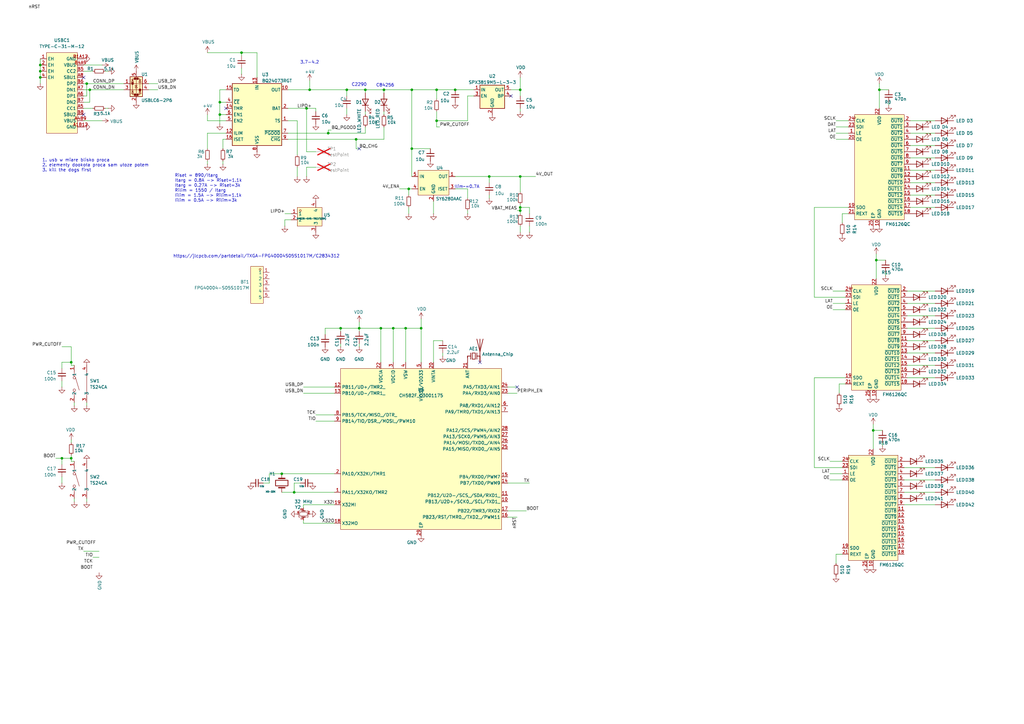
<source format=kicad_sch>
(kicad_sch (version 20250114) (generator "eeschema") (generator_version "9.0")
  (paper "A3")
  (text "C2290" (at 147.32 34.798 0) (effects (font (size 1.27 1.27))))
  (text "Ilim~=0.7A" (at 191.516 76.708 0) (effects (font (size 1.27 1.27))))
  (text "C84256" (at 157.988 35.052 0) (effects (font (size 1.27 1.27))))
  (text "3.7-4.2" (at 127 25.654 0) (effects (font (size 1.27 1.27))))
  (text "1. usb w miare blisko proca\n2. elementy dookoła proca sam ułoze potem\n3. kill the dogs first" (at 17.272 67.818 0) (effects (font (size 1.27 1.27)) (justify left)))
  (text "Riset = 890/Itarg\nItarg = 0.8A -> Riset=1.1k\nItarg = 0.27A -> Riset=3k\nRilim = 1550 / Itarg\nIilim = 1.5A -> Rilim=1.1k\nIilim = 0.5A -> Rilim=3k" (at 71.628 83.058 0) (effects (font (size 1.27 1.27)) (justify left bottom)))
  (text "https://jlcpcb.com/partdetail/TXGA-FPG40004S05S1017M/C2834312" (at 105.156 105.156 0) (effects (font (size 1.27 1.27))))
  (junction (at 179.07 49.53))
  (junction (at 146.05 57.15))
  (junction (at 167.64 77.47))
  (junction (at 172.72 134.62))
  (junction (at 99.06 21.59))
  (junction (at 29.21 148.59))
  (junction (at 147.32 134.62))
  (junction (at 358.14 176.53))
  (junction (at 35.56 34.29))
  (junction (at 179.07 36.83))
  (junction (at 16.51 29.21))
  (junction (at 134.62 54.61))
  (junction (at 29.21 187.96))
  (junction (at 16.51 31.75))
  (junction (at 16.51 26.67))
  (junction (at 213.36 85.09))
  (junction (at 213.36 72.39))
  (junction (at 166.37 134.62))
  (junction (at 142.24 36.83))
  (junction (at 213.36 86.36))
  (junction (at 25.4 187.96))
  (junction (at 127 36.83))
  (junction (at 90.17 46.99))
  (junction (at 149.86 36.83))
  (junction (at 200.66 72.39))
  (junction (at 125.73 44.45))
  (junction (at 139.7 134.62))
  (junction (at 115.57 194.31))
  (junction (at 90.17 41.91))
  (junction (at 168.91 36.83))
  (junction (at 360.68 36.83))
  (junction (at 157.48 36.83))
  (junction (at 156.21 134.62))
  (junction (at 213.36 36.83))
  (junction (at 161.29 134.62))
  (junction (at 359.41 106.68))
  (junction (at 36.83 36.83))
  (junction (at 186.69 36.83))
  (junction (at 120.65 201.93))
  (junction (at 168.91 60.96))
  (no_connect (at 196.85 148.59))
  (no_connect (at 147.32 60.96))
  (no_connect (at 34.29 31.75))
  (no_connect (at 34.29 46.99))
  (no_connect (at 92.71 44.45))
  (no_connect (at 209.55 39.37))
  (no_connect (at 212.09 158.75))
  (wire (pts (xy 370.84 201.93) (xy 383.54 201.93)))
  (wire (pts (xy 147.32 134.62) (xy 139.7 134.62)))
  (wire (pts (xy 161.29 134.62) (xy 156.21 134.62)))
  (wire (pts (xy 194.31 39.37) (xy 191.77 39.37)))
  (wire (pts (xy 191.77 86.36) (xy 191.77 87.63)))
  (wire (pts (xy 118.11 54.61) (xy 134.62 54.61)))
  (wire (pts (xy 179.07 45.72) (xy 179.07 49.53)))
  (wire (pts (xy 125.73 68.58) (xy 125.73 72.39)))
  (wire (pts (xy 92.71 57.15) (xy 91.44 57.15)))
  (wire (pts (xy 30.48 189.23) (xy 29.21 189.23)))
  (wire (pts (xy 179.07 49.53) (xy 191.77 49.53)))
  (wire (pts (xy 91.44 66.04) (xy 91.44 67.31)))
  (wire (pts (xy 186.69 36.83) (xy 194.31 36.83)))
  (wire (pts (xy 161.29 134.62) (xy 161.29 148.59)))
  (wire (pts (xy 135.89 53.34) (xy 134.62 53.34)))
  (wire (pts (xy 110.49 194.31) (xy 115.57 194.31)))
  (wire (pts (xy 64.77 36.83) (xy 60.96 36.83)))
  (wire (pts (xy 340.36 189.23) (xy 345.44 189.23)))
  (wire (pts (xy 344.17 157.48) (xy 344.17 161.29)))
  (wire (pts (xy 360.68 36.83) (xy 364.49 36.83)))
  (wire (pts (xy 99.06 21.59) (xy 105.41 21.59)))
  (wire (pts (xy 383.54 49.53) (xy 373.38 49.53)))
  (wire (pts (xy 383.54 69.85) (xy 373.38 69.85)))
  (wire (pts (xy 212.09 158.75) (xy 208.28 158.75)))
  (wire (pts (xy 180.34 52.07) (xy 179.07 52.07)))
  (wire (pts (xy 342.9 49.53) (xy 347.98 49.53)))
  (wire (pts (xy 213.36 85.09) (xy 213.36 86.36)))
  (wire (pts (xy 359.41 106.68) (xy 363.22 106.68)))
  (wire (pts (xy 127 36.83) (xy 142.24 36.83)))
  (wire (pts (xy 383.54 85.09) (xy 373.38 85.09)))
  (wire (pts (xy 217.17 87.63) (xy 217.17 85.09)))
  (wire (pts (xy 334.01 191.77) (xy 345.44 191.77)))
  (wire (pts (xy 133.35 134.62) (xy 139.7 134.62)))
  (wire (pts (xy 142.24 39.37) (xy 142.24 36.83)))
  (wire (pts (xy 157.48 36.83) (xy 157.48 38.1)))
  (wire (pts (xy 200.66 80.01) (xy 200.66 81.28)))
  (wire (pts (xy 334.01 154.94) (xy 334.01 191.77)))
  (wire (pts (xy 110.49 198.12) (xy 110.49 194.31)))
  (wire (pts (xy 118.11 57.15) (xy 146.05 57.15)))
  (wire (pts (xy 186.69 77.47) (xy 191.77 77.47)))
  (wire (pts (xy 166.37 134.62) (xy 161.29 134.62)))
  (wire (pts (xy 340.36 194.31) (xy 345.44 194.31)))
  (wire (pts (xy 213.36 86.36) (xy 213.36 87.63)))
  (wire (pts (xy 127 33.02) (xy 127 36.83)))
  (wire (pts (xy 383.54 64.77) (xy 373.38 64.77)))
  (wire (pts (xy 383.54 59.69) (xy 373.38 59.69)))
  (wire (pts (xy 105.41 21.59) (xy 105.41 31.75)))
  (wire (pts (xy 157.48 46.99) (xy 157.48 45.72)))
  (wire (pts (xy 213.36 36.83) (xy 213.36 31.75)))
  (wire (pts (xy 147.32 134.62) (xy 147.32 135.89)))
  (wire (pts (xy 346.71 157.48) (xy 344.17 157.48)))
  (wire (pts (xy 200.66 72.39) (xy 213.36 72.39)))
  (wire (pts (xy 217.17 198.12) (xy 208.28 198.12)))
  (wire (pts (xy 383.54 119.38) (xy 372.11 119.38)))
  (wire (pts (xy 147.32 132.08) (xy 147.32 134.62)))
  (wire (pts (xy 342.9 57.15) (xy 347.98 57.15)))
  (wire (pts (xy 213.36 92.71) (xy 213.36 95.25)))
  (wire (pts (xy 166.37 134.62) (xy 166.37 148.59)))
  (wire (pts (xy 34.29 226.06) (xy 40.64 226.06)))
  (wire (pts (xy 134.62 54.61) (xy 149.86 54.61)))
  (wire (pts (xy 372.11 134.62) (xy 383.54 134.62)))
  (wire (pts (xy 213.36 83.82) (xy 213.36 85.09)))
  (wire (pts (xy 364.49 41.91) (xy 364.49 43.18)))
  (wire (pts (xy 29.21 186.69) (xy 29.21 187.96)))
  (wire (pts (xy 99.06 21.59) (xy 85.09 21.59)))
  (wire (pts (xy 334.01 121.92) (xy 346.71 121.92)))
  (wire (pts (xy 346.71 154.94) (xy 334.01 154.94)))
  (wire (pts (xy 30.48 165.1) (xy 30.48 166.37)))
  (wire (pts (xy 121.92 49.53) (xy 121.92 63.5)))
  (wire (pts (xy 44.45 29.21) (xy 43.18 29.21)))
  (wire (pts (xy 30.48 204.47) (xy 30.48 205.74)))
  (wire (pts (xy 35.56 165.1) (xy 35.56 166.37)))
  (wire (pts (xy 29.21 142.24) (xy 29.21 148.59)))
  (wire (pts (xy 149.86 52.07) (xy 149.86 54.61)))
  (wire (pts (xy 340.36 196.85) (xy 345.44 196.85)))
  (wire (pts (xy 383.54 54.61) (xy 373.38 54.61)))
  (wire (pts (xy 92.71 41.91) (xy 90.17 41.91)))
  (wire (pts (xy 44.45 44.45) (xy 43.18 44.45)))
  (wire (pts (xy 129.54 62.23) (xy 125.73 62.23)))
  (wire (pts (xy 177.8 139.7) (xy 177.8 148.59)))
  (wire (pts (xy 29.21 180.34) (xy 29.21 181.61)))
  (wire (pts (xy 341.63 124.46) (xy 346.71 124.46)))
  (wire (pts (xy 124.46 158.75) (xy 137.16 158.75)))
  (wire (pts (xy 341.63 119.38) (xy 346.71 119.38)))
  (wire (pts (xy 342.9 227.33) (xy 342.9 231.14)))
  (wire (pts (xy 147.32 60.96) (xy 146.05 60.96)))
  (wire (pts (xy 85.09 54.61) (xy 85.09 60.96)))
  (wire (pts (xy 92.71 36.83) (xy 90.17 36.83)))
  (wire (pts (xy 149.86 46.99) (xy 149.86 45.72)))
  (wire (pts (xy 157.48 36.83) (xy 168.91 36.83)))
  (wire (pts (xy 137.16 170.18) (xy 129.54 170.18)))
  (wire (pts (xy 64.77 34.29) (xy 60.96 34.29)))
  (wire (pts (xy 120.65 201.93) (xy 137.16 201.93)))
  (wire (pts (xy 90.17 36.83) (xy 90.17 41.91)))
  (wire (pts (xy 191.77 77.47) (xy 191.77 81.28)))
  (wire (pts (xy 116.84 90.17) (xy 119.38 90.17)))
  (wire (pts (xy 115.57 194.31) (xy 137.16 194.31)))
  (wire (pts (xy 134.62 53.34) (xy 134.62 54.61)))
  (wire (pts (xy 16.51 29.21) (xy 16.51 31.75)))
  (wire (pts (xy 360.68 36.83) (xy 360.68 44.45)))
  (wire (pts (xy 36.83 36.83) (xy 50.8 36.83)))
  (wire (pts (xy 34.29 36.83) (xy 36.83 36.83)))
  (wire (pts (xy 34.29 49.53) (xy 41.91 49.53)))
  (wire (pts (xy 177.8 82.55) (xy 177.8 87.63)))
  (wire (pts (xy 179.07 36.83) (xy 179.07 40.64)))
  (wire (pts (xy 91.44 57.15) (xy 91.44 60.96)))
  (wire (pts (xy 168.91 36.83) (xy 179.07 36.83)))
  (wire (pts (xy 157.48 52.07) (xy 157.48 57.15)))
  (wire (pts (xy 147.32 140.97) (xy 147.32 142.24)))
  (wire (pts (xy 124.46 207.01) (xy 137.16 207.01)))
  (wire (pts (xy 342.9 54.61) (xy 347.98 54.61)))
  (wire (pts (xy 99.06 30.48) (xy 99.06 27.94)))
  (wire (pts (xy 25.4 187.96) (xy 25.4 190.5)))
  (wire (pts (xy 172.72 130.81) (xy 172.72 134.62)))
  (wire (pts (xy 29.21 189.23) (xy 29.21 187.96)))
  (wire (pts (xy 25.4 195.58) (xy 25.4 198.12)))
  (wire (pts (xy 172.72 134.62) (xy 172.72 148.59)))
  (wire (pts (xy 120.65 198.12) (xy 120.65 201.93)))
  (wire (pts (xy 370.84 191.77) (xy 383.54 191.77)))
  (wire (pts (xy 110.49 198.12) (xy 107.95 198.12)))
  (wire (pts (xy 16.51 26.67) (xy 16.51 29.21)))
  (wire (pts (xy 360.68 34.29) (xy 360.68 36.83)))
  (wire (pts (xy 213.36 72.39) (xy 213.36 78.74)))
  (wire (pts (xy 99.06 22.86) (xy 99.06 21.59)))
  (wire (pts (xy 372.11 139.7) (xy 383.54 139.7)))
  (wire (pts (xy 137.16 172.72) (xy 129.54 172.72)))
  (wire (pts (xy 370.84 207.01) (xy 383.54 207.01)))
  (wire (pts (xy 359.41 106.68) (xy 359.41 114.3)))
  (wire (pts (xy 29.21 149.86) (xy 29.21 148.59)))
  (wire (pts (xy 217.17 92.71) (xy 217.17 95.25)))
  (wire (pts (xy 118.11 49.53) (xy 121.92 49.53)))
  (wire (pts (xy 36.83 41.91) (xy 34.29 41.91)))
  (wire (pts (xy 157.48 36.83) (xy 149.86 36.83)))
  (wire (pts (xy 163.83 77.47) (xy 167.64 77.47)))
  (wire (pts (xy 179.07 52.07) (xy 179.07 49.53)))
  (wire (pts (xy 212.09 212.09) (xy 208.28 212.09)))
  (wire (pts (xy 383.54 80.01) (xy 373.38 80.01)))
  (wire (pts (xy 147.32 134.62) (xy 156.21 134.62)))
  (wire (pts (xy 36.83 36.83) (xy 36.83 41.91)))
  (wire (pts (xy 120.65 198.12) (xy 123.19 198.12)))
  (wire (pts (xy 115.57 201.93) (xy 120.65 201.93)))
  (wire (pts (xy 34.29 29.21) (xy 38.1 29.21)))
  (wire (pts (xy 142.24 46.99) (xy 142.24 44.45)))
  (wire (pts (xy 92.71 49.53) (xy 85.09 49.53)))
  (wire (pts (xy 121.92 68.58) (xy 121.92 72.39)))
  (wire (pts (xy 191.77 49.53) (xy 191.77 39.37)))
  (wire (pts (xy 215.9 209.55) (xy 208.28 209.55)))
  (wire (pts (xy 35.56 34.29) (xy 35.56 39.37)))
  (wire (pts (xy 35.56 204.47) (xy 35.56 205.74)))
  (wire (pts (xy 219.71 72.39) (xy 213.36 72.39)))
  (wire (pts (xy 129.54 68.58) (xy 125.73 68.58)))
  (wire (pts (xy 92.71 54.61) (xy 85.09 54.61)))
  (wire (pts (xy 149.86 36.83) (xy 149.86 38.1)))
  (wire (pts (xy 167.64 85.09) (xy 167.64 87.63)))
  (wire (pts (xy 38.1 228.6) (xy 40.64 228.6)))
  (wire (pts (xy 118.11 44.45) (xy 125.73 44.45)))
  (wire (pts (xy 34.29 39.37) (xy 35.56 39.37)))
  (wire (pts (xy 213.36 36.83) (xy 213.36 39.37)))
  (wire (pts (xy 25.4 148.59) (xy 25.4 151.13)))
  (wire (pts (xy 34.29 26.67) (xy 41.91 26.67)))
  (wire (pts (xy 167.64 77.47) (xy 168.91 77.47)))
  (wire (pts (xy 118.11 36.83) (xy 127 36.83)))
  (wire (pts (xy 347.98 85.09) (xy 334.01 85.09)))
  (wire (pts (xy 372.11 154.94) (xy 383.54 154.94)))
  (wire (pts (xy 116.84 92.71) (xy 116.84 90.17)))
  (wire (pts (xy 133.35 137.16) (xy 133.35 134.62)))
  (wire (pts (xy 142.24 36.83) (xy 149.86 36.83)))
  (wire (pts (xy 217.17 85.09) (xy 213.36 85.09)))
  (wire (pts (xy 166.37 134.62) (xy 172.72 134.62)))
  (wire (pts (xy 16.51 24.13) (xy 16.51 26.67)))
  (wire (pts (xy 146.05 57.15) (xy 157.48 57.15)))
  (wire (pts (xy 30.48 149.86) (xy 29.21 149.86)))
  (wire (pts (xy 213.36 44.45) (xy 213.36 45.72)))
  (wire (pts (xy 116.84 87.63) (xy 119.38 87.63)))
  (wire (pts (xy 34.29 44.45) (xy 38.1 44.45)))
  (wire (pts (xy 124.46 208.28) (xy 124.46 207.01)))
  (wire (pts (xy 139.7 134.62) (xy 139.7 135.89)))
  (wire (pts (xy 212.09 161.29) (xy 208.28 161.29)))
  (wire (pts (xy 25.4 156.21) (xy 25.4 158.75)))
  (wire (pts (xy 90.17 46.99) (xy 90.17 50.8)))
  (wire (pts (xy 92.71 46.99) (xy 90.17 46.99)))
  (wire (pts (xy 181.61 146.05) (xy 181.61 144.78)))
  (wire (pts (xy 124.46 161.29) (xy 137.16 161.29)))
  (wire (pts (xy 358.14 176.53) (xy 361.95 176.53)))
  (wire (pts (xy 358.14 173.99) (xy 358.14 176.53)))
  (wire (pts (xy 34.29 34.29) (xy 35.56 34.29)))
  (wire (pts (xy 383.54 74.93) (xy 373.38 74.93)))
  (wire (pts (xy 370.84 196.85) (xy 383.54 196.85)))
  (wire (pts (xy 168.91 36.83) (xy 168.91 60.96)))
  (wire (pts (xy 167.64 77.47) (xy 167.64 80.01)))
  (wire (pts (xy 125.73 44.45) (xy 125.73 62.23)))
  (wire (pts (xy 179.07 36.83) (xy 186.69 36.83)))
  (wire (pts (xy 181.61 139.7) (xy 177.8 139.7)))
  (wire (pts (xy 334.01 85.09) (xy 334.01 121.92)))
  (wire (pts (xy 25.4 142.24) (xy 29.21 142.24)))
  (wire (pts (xy 209.55 36.83) (xy 213.36 36.83)))
  (wire (pts (xy 200.66 72.39) (xy 200.66 74.93)))
  (wire (pts (xy 345.44 87.63) (xy 345.44 91.44)))
  (wire (pts (xy 168.91 72.39) (xy 168.91 60.96)))
  (wire (pts (xy 90.17 41.91) (xy 90.17 46.99)))
  (wire (pts (xy 345.44 227.33) (xy 342.9 227.33)))
  (wire (pts (xy 129.54 45.72) (xy 129.54 44.45)))
  (wire (pts (xy 137.16 214.63) (xy 124.46 214.63)))
  (wire (pts (xy 25.4 187.96) (xy 22.86 187.96)))
  (wire (pts (xy 29.21 148.59) (xy 25.4 148.59)))
  (wire (pts (xy 212.09 86.36) (xy 213.36 86.36)))
  (wire (pts (xy 156.21 134.62) (xy 156.21 148.59)))
  (wire (pts (xy 342.9 52.07) (xy 347.98 52.07)))
  (wire (pts (xy 146.05 57.15) (xy 146.05 60.96)))
  (wire (pts (xy 124.46 214.63) (xy 124.46 213.36)))
  (wire (pts (xy 139.7 140.97) (xy 139.7 142.24)))
  (wire (pts (xy 16.51 31.75) (xy 16.51 34.29)))
  (wire (pts (xy 359.41 104.14) (xy 359.41 106.68)))
  (wire (pts (xy 372.11 149.86) (xy 383.54 149.86)))
  (wire (pts (xy 372.11 144.78) (xy 383.54 144.78)))
  (wire (pts (xy 186.69 72.39) (xy 200.66 72.39)))
  (wire (pts (xy 347.98 87.63) (xy 345.44 87.63)))
  (wire (pts (xy 363.22 111.76) (xy 363.22 113.03)))
  (wire (pts (xy 358.14 176.53) (xy 358.14 184.15)))
  (wire (pts (xy 372.11 129.54) (xy 383.54 129.54)))
  (wire (pts (xy 85.09 49.53) (xy 85.09 46.99)))
  (wire (pts (xy 361.95 181.61) (xy 361.95 182.88)))
  (wire (pts (xy 35.56 34.29) (xy 50.8 34.29)))
  (wire (pts (xy 85.09 66.04) (xy 85.09 67.31)))
  (wire (pts (xy 129.54 44.45) (xy 125.73 44.45)))
  (wire (pts (xy 341.63 127) (xy 346.71 127)))
  (wire (pts (xy 29.21 187.96) (xy 25.4 187.96)))
  (wire (pts (xy 383.54 124.46) (xy 372.11 124.46)))
  (wire (pts (xy 168.91 60.96) (xy 176.53 60.96)))
  (label "BQ_CHG" (at 147.32 60.96 0))
  (label "VBAT_MEAS" (at 212.09 86.36 180))
  (label "LAT" (at 342.9 54.61 180))
  (label "X32O" (at 137.16 214.63 180))
  (label "SCLK" (at 340.36 189.23 180))
  (label "USB_DN" (at 124.46 161.29 180))
  (label "4V_ENA" (at 163.83 77.47 180))
  (label "BOOT" (at 215.9 209.55 0))
  (label "CONN_DN" (at 38.1 36.83 0))
  (label "PWR_CUTOFF" (at 39.37 223.52 180))
  (label "OE" (at 340.36 196.85 180))
  (label "nRST" (at 212.09 212.09 270))
  (label "BQ_PGOOD" (at 135.89 53.34 0))
  (label "PWR_CUTOFF" (at 25.4 142.24 180))
  (label "X32I" (at 137.16 207.01 180))
  (label "SCLK" (at 341.63 119.38 180))
  (label "TCK" (at 38.1 231.14 180))
  (label "PERIPH_EN" (at 212.09 161.29 0))
  (label "TX" (at 217.17 198.12 180))
  (label "LAT" (at 340.36 194.31 180))
  (label "CONN_DP" (at 38.1 34.29 0))
  (label "4V_OUT" (at 219.71 72.39 0))
  (label "USB_DP" (at 64.77 34.29 0))
  (label "OE" (at 342.9 57.15 180))
  (label "USB_DN" (at 64.77 36.83 0))
  (label "LIPO+" (at 121.8655 44.45 0))
  (label "BOOT" (at 38.1 233.68 180))
  (label "LIPO+" (at 116.84 87.63 180))
  (label "DAT" (at 342.9 52.07 180))
  (label "PWR_CUTOFF" (at 180.34 52.07 0))
  (label "TCK" (at 129.54 170.18 180))
  (label "OE" (at 341.63 127 180))
  (label "TIO" (at 38.1 228.6 180))
  (label "LAT" (at 341.63 124.46 180))
  (label "TIO" (at 129.54 172.72 180))
  (label "nRST" (at 16.51 3.81 180))
  (label "USB_DP" (at 124.46 158.75 180))
  (label "TX" (at 34.29 226.06 180))
  (label "SCLK" (at 342.9 49.53 180))
  (label "BOOT" (at 22.86 187.96 180))
  (symbol (lib_name "LED_1") (lib_id "Device:LED") (at 374.65 189.23 180) (unit 1)
    (property "Reference" "D35" (at 385.064 189.23 0))
    (property "Value" "LED" (at 381.254 189.23 0))
    (property "Footprint" "LED_SMD:LED_0402_1005Metric" (effects (hide yes)))
    (property "Description" "Light emitting diode" (effects (hide yes)))
    (property "Sim.Pins" "1=K 2=A" (effects (hide yes)))
  )
  (symbol (lib_id "power:GND") (at 34.29 24.13 90) (unit 1)
    (property "Reference" "#PWR02" (effects (hide yes)))
    (property "Value" "GND" (effects (hide yes)))
  )
  (symbol (lib_id "easyeda2kicad:FPG40004-S05S1017M") (at 105.41 116.84 0) (mirror y) (unit 1)
    (property "Reference" "BT1" (at 102.235 115.6278 0) (effects (justify left)))
    (property "Value" "FPG40004-S05S1017M" (at 102.235 118.0521 0) (effects (justify left)))
    (property "Footprint" "easyeda2kicad:CONN-TH_FPG40004-S05S1017M" (effects (hide yes)))
    (property "LCSC Part" "C2834312" (effects (hide yes)))
  )
  (symbol (lib_name "LED_1") (lib_id "Device:LED") (at 387.35 64.77 180) (unit 1)
    (property "Reference" "D9" (at 397.764 64.77 0))
    (property "Value" "LED" (at 393.954 64.77 0))
    (property "Footprint" "LED_SMD:LED_0201_0603Metric" (effects (hide yes)))
    (property "Description" "Light emitting diode" (effects (hide yes)))
    (property "Sim.Pins" "1=K 2=A" (effects (hide yes)))
  )
  (symbol (lib_id "Power_Protection:USBLC6-2P6") (at 55.88 34.29 0) (unit 1)
    (property "Reference" "U1" (at 57.912 30.48 0) (effects (justify left)))
    (property "Value" "USBLC6-2P6" (at 57.912 41.148 0) (effects (justify left)))
    (property "Footprint" "Package_TO_SOT_SMD:SOT-666" (effects (hide yes)))
    (property "Datasheet" "https://www.st.com/resource/en/datasheet/usblc6-2.pdf" (effects (hide yes)))
    (property "Description" "Very low capacitance ESD protection diode, 2 data-line, SOT-666" (effects (hide yes)))
    (property "LCSC" "C2827693" (effects (hide yes)))
  )
  (symbol (lib_name "LED_1") (lib_id "Device:LED") (at 387.35 80.01 180) (unit 1)
    (property "Reference" "D15" (at 397.764 80.01 0))
    (property "Value" "LED" (at 393.954 80.01 0))
    (property "Footprint" "LED_SMD:LED_0402_1005Metric" (effects (hide yes)))
    (property "Description" "Light emitting diode" (effects (hide yes)))
    (property "Sim.Pins" "1=K 2=A" (effects (hide yes)))
  )
  (symbol (lib_name "LED_1") (lib_id "Device:LED") (at 387.35 129.54 180) (unit 1)
    (property "Reference" "D23" (at 397.764 129.54 0))
    (property "Value" "LED" (at 393.954 129.54 0))
    (property "Footprint" "LED_SMD:LED_0603_1608Metric" (effects (hide yes)))
    (property "Description" "Light emitting diode" (effects (hide yes)))
    (property "Sim.Pins" "1=K 2=A" (effects (hide yes)))
  )
  (symbol (lib_name "LED_1") (lib_id "Device:LED") (at 375.92 157.48 180) (unit 1)
    (property "Reference" "D34" (at 386.334 157.48 0))
    (property "Value" "LED" (at 382.524 157.48 0))
    (property "Footprint" "LED_SMD:LED_0402_1005Metric" (effects (hide yes)))
    (property "Description" "Light emitting diode" (effects (hide yes)))
    (property "Sim.Pins" "1=K 2=A" (effects (hide yes)))
  )
  (symbol (lib_name "LED_1") (lib_id "Device:LED") (at 375.92 152.4 180) (unit 1)
    (property "Reference" "D32" (at 386.334 152.4 0))
    (property "Value" "LED" (at 382.524 152.4 0))
    (property "Footprint" "LED_SMD:LED_0402_1005Metric" (effects (hide yes)))
    (property "Description" "Light emitting diode" (effects (hide yes)))
    (property "Sim.Pins" "1=K 2=A" (effects (hide yes)))
  )
  (symbol (lib_id "Device:C_Small") (at 99.06 25.4 0) (mirror y) (unit 1)
    (property "Reference" "C1" (at 96.7359 24.5716 0) (effects (justify left)))
    (property "Value" "10u" (at 96.7359 27.1085 0) (effects (justify left)))
    (property "Footprint" "Capacitor_SMD:C_0603_1608Metric" (effects (hide yes)))
    (property "LCSC" "C96446" (effects (hide yes)))
  )
  (symbol (lib_id "power:GND") (at 358.14 232.41 0) (unit 1)
    (property "Reference" "#PWR070" (effects (hide yes)))
    (property "Value" "GND" (effects (hide yes)))
  )
  (symbol (lib_id "Project_Symbols:FM6126QC") (at 359.41 133.35 0) (unit 1)
    (property "Reference" "R15" (at 361.5533 111.76 0) (effects (justify left)))
    (property "Value" "FM6126QC" (at 361.95 161.798 0) (effects (justify left)))
    (property "Footprint" "easyeda2kicad:TQFN-24_L4.0-W4.0-P0.50-BL-EP2.6" (effects (hide yes)))
    (property "LCSC Part" "C2844290" (effects (hide yes)))
  )
  (symbol (lib_name "LED_1") (lib_id "Device:LED") (at 377.19 87.63 180) (unit 1)
    (property "Reference" "D18" (at 387.604 87.63 0))
    (property "Value" "LED" (at 383.794 87.63 0))
    (property "Footprint" "LED_SMD:LED_0603_1608Metric" (effects (hide yes)))
    (property "Description" "Light emitting diode" (effects (hide yes)))
    (property "Sim.Pins" "1=K 2=A" (effects (hide yes)))
  )
  (symbol (lib_id "power:GND") (at 133.35 142.24 0) (mirror y) (unit 1)
    (property "Reference" "#PWR045" (effects (hide yes)))
    (property "Value" "GND" (at 133.35 147.32 0))
    (property "Description" "Power symbol creates a global label with name \"GND\" , ground" (effects (hide yes)))
  )
  (symbol (lib_id "power:VBUS") (at 41.91 49.53 270) (unit 1)
    (property "Reference" "#PWR019" (effects (hide yes)))
    (property "Value" "VBUS" (at 47.752 49.784 90))
  )
  (symbol (lib_id "power:GND") (at 35.56 205.74 0) (mirror y) (unit 1)
    (property "Reference" "#PWR064" (effects (hide yes)))
    (property "Value" "GND" (effects (hide yes)))
  )
  (symbol (lib_name "LED_1") (lib_id "Device:LED") (at 387.35 54.61 180) (unit 1)
    (property "Reference" "D5" (at 397.764 54.61 0))
    (property "Value" "LED" (at 393.954 54.61 0))
    (property "Footprint" "LED_SMD:LED_0402_1005Metric" (effects (hide yes)))
    (property "Description" "Light emitting diode" (effects (hide yes)))
    (property "Sim.Pins" "1=K 2=A" (effects (hide yes)))
  )
  (symbol (lib_id "power:GND") (at 25.4 198.12 0) (mirror y) (unit 1)
    (property "Reference" "#PWR060" (effects (hide yes)))
    (property "Value" "GND" (effects (hide yes)))
  )
  (symbol (lib_name "LED_1") (lib_id "Device:LED") (at 387.35 124.46 180) (unit 1)
    (property "Reference" "D21" (at 397.764 124.46 0))
    (property "Value" "LED" (at 393.954 124.46 0))
    (property "Footprint" "LED_SMD:LED_0603_1608Metric" (effects (hide yes)))
    (property "Description" "Light emitting diode" (effects (hide yes)))
    (property "Sim.Pins" "1=K 2=A" (effects (hide yes)))
  )
  (symbol (lib_id "power:GND") (at 121.92 210.82 270) (unit 1)
    (property "Reference" "#PWR065" (effects (hide yes)))
    (property "Value" "GND" (at 116.84 210.82 0))
    (property "Description" "Power symbol creates a global label with name \"GND\" , ground" (effects (hide yes)))
  )
  (symbol (lib_id "Device:C_Small") (at 363.22 109.22 0) (unit 1)
    (property "Reference" "C10" (at 365.5441 108.5826 0) (effects (justify left)))
    (property "Value" "470n" (at 365.5441 110.5036 0) (effects (justify left)))
    (property "Footprint" "Capacitor_SMD:C_1206_3216Metric" (effects (hide yes)))
    (property "LCSC" "C52923" (effects (hide yes)))
  )
  (symbol (lib_id "power:GND") (at 25.4 158.75 0) (mirror y) (unit 1)
    (property "Reference" "#PWR050" (effects (hide yes)))
    (property "Value" "GND" (effects (hide yes)))
  )
  (symbol (lib_name "LED_1") (lib_id "Device:LED") (at 375.92 132.08 180) (unit 1)
    (property "Reference" "D24" (at 386.334 132.08 0))
    (property "Value" "LED" (at 382.524 132.08 0))
    (property "Footprint" "LED_SMD:LED_0603_1608Metric" (effects (hide yes)))
    (property "Description" "Light emitting diode" (effects (hide yes)))
    (property "Sim.Pins" "1=K 2=A" (effects (hide yes)))
  )
  (symbol (lib_id "Device:R_Small") (at 40.64 44.45 90) (unit 1)
    (property "Reference" "R3" (at 39.624 46.736 90))
    (property "Value" "5.1k" (at 43.18 46.482 90))
    (property "Footprint" "Resistor_SMD:R_0402_1005Metric" (effects (hide yes)))
    (property "LCSC" "C25905" (effects (hide yes)))
  )
  (symbol (lib_id "Device:Crystal") (at 115.57 198.12 270) (unit 1)
    (property "Reference" "Y1" (at 111.76 194.31 90))
    (property "Value" "XO-32K" (at 110.998 201.676 90) (effects (font (size 0.65 0.65))))
    (property "Footprint" "Crystal:Crystal_SMD_2012-2Pin_2.0x1.2mm" (effects (hide yes)))
    (property "Description" "Two pin crystal" (effects (hide yes)))
    (property "LCSC" "C7500573" (effects (hide yes)))
  )
  (symbol (lib_id "Device:R_Small") (at 213.36 81.28 180) (unit 1)
    (property "Reference" "R10" (at 210.82 80.01 0))
    (property "Value" "100k" (at 210.185 81.915 0))
    (property "Footprint" "Resistor_SMD:R_0402_1005Metric" (effects (hide yes)))
    (property "LCSC" "C25741" (effects (hide yes)))
  )
  (symbol (lib_id "power:GND") (at 191.77 87.63 0) (mirror y) (unit 1)
    (property "Reference" "#PWR033" (effects (hide yes)))
    (property "Value" "GND" (effects (hide yes)))
  )
  (symbol (lib_id "easyeda2kicad:CH582F_C3001175") (at 172.72 184.15 0) (unit 1)
    (property "Reference" "U6" (at 172.72 159.8125 0))
    (property "Value" "CH582F_C3001175" (at 172.72 162.2368 0))
    (property "Footprint" "easyeda2kicad:QFN-28_L4.0-W4.0-P0.40-BL-EP2.8" (effects (hide yes)))
    (property "LCSC" "C3001175" (effects (hide yes)))
  )
  (symbol (lib_id "easyeda2kicad:SM02B-GHS-TB(LF)(SN)") (at 124.46 90.17 0) (unit 1)
    (property "Reference" "U5" (at 132.715 88.1865 0) (effects (justify left)))
    (property "Value" "SM02B-GHS-TB(LF)(SN)" (at 121.666 89.662 0) (effects (font (size 0.65 0.65)) (justify left)))
    (property "Footprint" "easyeda2kicad:CONN-SMD_SM02B-GHS-TB-LF-SN" (effects (hide yes)))
    (property "Datasheet" "https://lcsc.com/product-detail/Connectors_JST-Sales-America_SM02B-GHS-TB-LF-SN_JST-Sales-America-SM02B-GHS-TB-LF-SN_C189893.html" (effects (hide yes)))
    (property "LCSC" "C189893" (effects (hide yes)))
  )
  (symbol (lib_id "Device:R_Small") (at 85.09 63.5 180) (unit 1)
    (property "Reference" "R6" (at 82.55 62.23 0))
    (property "Value" "3k" (at 81.915 64.135 0))
    (property "Footprint" "Resistor_SMD:R_0402_1005Metric" (effects (hide yes)))
    (property "LCSC" "C25890" (effects (hide yes)))
  )
  (symbol (lib_id "Device:R_Small") (at 345.44 93.98 0) (unit 1)
    (property "Reference" "R14" (at 350.52 93.98 90))
    (property "Value" "510" (at 347.98 93.98 90))
    (property "Footprint" "Resistor_SMD:R_1206_3216Metric" (effects (hide yes)))
    (property "LCSC" "C25123" (effects (hide yes)))
  )
  (symbol (lib_id "power:GND") (at 167.64 87.63 0) (mirror y) (unit 1)
    (property "Reference" "#PWR031" (effects (hide yes)))
    (property "Value" "GND" (effects (hide yes)))
  )
  (symbol (lib_id "Device:C_Small") (at 25.4 153.67 0) (mirror y) (unit 1)
    (property "Reference" "C15" (at 23.0759 152.8416 0) (effects (justify left)))
    (property "Value" "100n" (at 23.0759 155.3785 0) (effects (justify left)))
    (property "Footprint" "Capacitor_SMD:C_0402_1005Metric" (effects (hide yes)))
  )
  (symbol (lib_id "Device:C_Small") (at 147.32 138.43 0) (mirror y) (unit 1)
    (property "Reference" "C12" (at 145.796 142.24 90) (effects (justify left)))
    (property "Value" "2.2uF" (at 150.368 141.986 90) (effects (justify left)))
    (property "Footprint" "Capacitor_SMD:C_0402_1005Metric" (effects (hide yes)))
    (property "Description" "10v 2.2uF" (effects (hide yes)))
  )
  (symbol (lib_id "power:GND") (at 16.51 34.29 0) (unit 1)
    (property "Reference" "#PWR09" (effects (hide yes)))
    (property "Value" "GND" (effects (hide yes)))
  )
  (symbol (lib_id "Device:R_Small") (at 40.64 29.21 90) (mirror x) (unit 1)
    (property "Reference" "R1" (at 37.084 28.194 90))
    (property "Value" "5.1k" (at 44.704 28.194 90))
    (property "Footprint" "Resistor_SMD:R_0402_1005Metric" (effects (hide yes)))
    (property "LCSC" "C25905" (effects (hide yes)))
  )
  (symbol (lib_id "Device:Antenna_Chip") (at 194.31 146.05 0) (unit 1)
    (property "Reference" "AE1" (at 196.088 143.002 0) (effects (justify right)))
    (property "Value" "Antenna_Chip" (at 210.566 145.288 0) (effects (justify right)))
    (property "Footprint" "RF_Antenna:Johanson_2450AT18x100" (effects (hide yes)))
    (property "Description" "Ceramic chip antenna with pin for PCB trace" (effects (hide yes)))
    (property "LCSC" "C127629" (effects (hide yes)))
  )
  (symbol (lib_id "power:GND") (at 44.45 44.45 90) (mirror x) (unit 1)
    (property "Reference" "#PWR014" (effects (hide yes)))
    (property "Value" "GND" (effects (hide yes)))
  )
  (symbol (lib_id "Device:C_Small") (at 139.7 138.43 0) (mirror y) (unit 1)
    (property "Reference" "C11" (at 138.176 142.24 90) (effects (justify left)))
    (property "Value" "2.2uF" (at 142.494 141.986 90) (effects (justify left)))
    (property "Footprint" "Capacitor_SMD:C_0402_1005Metric" (effects (hide yes)))
    (property "Description" "10v 2.2uF" (effects (hide yes)))
  )
  (symbol (lib_id "power:GND") (at 359.41 162.56 0) (unit 1)
    (property "Reference" "#PWR052" (effects (hide yes)))
    (property "Value" "GND" (effects (hide yes)))
  )
  (symbol (lib_name "LED_1") (lib_id "Device:LED") (at 387.35 196.85 180) (unit 1)
    (property "Reference" "D38" (at 397.764 196.85 0))
    (property "Value" "LED" (at 393.954 196.85 0))
    (property "Footprint" "LED_SMD:LED_0603_1608Metric" (effects (hide yes)))
    (property "Description" "Light emitting diode" (effects (hide yes)))
    (property "Sim.Pins" "1=K 2=A" (effects (hide yes)))
  )
  (symbol (lib_id "Device:R_Small") (at 167.64 82.55 180) (unit 1)
    (property "Reference" "R11" (at 163.83 81.28 0))
    (property "Value" "100k" (at 163.83 83.566 0))
    (property "Footprint" "Resistor_SMD:R_0402_1005Metric" (effects (hide yes)))
    (property "LCSC" "C25741" (effects (hide yes)))
  )
  (symbol (lib_id "power:VDD") (at 359.41 104.14 0) (unit 1)
    (property "Reference" "#PWR041" (effects (hide yes)))
    (property "Value" "VDD" (at 359.41 100.33 0))
  )
  (symbol (lib_id "power:GND") (at 35.56 166.37 0) (mirror y) (unit 1)
    (property "Reference" "#PWR054" (effects (hide yes)))
    (property "Value" "GND" (effects (hide yes)))
  )
  (symbol (lib_id "power:GND") (at 213.36 45.72 0) (unit 1)
    (property "Reference" "#PWR015" (effects (hide yes)))
    (property "Value" "GND" (effects (hide yes)))
  )
  (symbol (lib_name "LED_1") (lib_id "Device:LED") (at 387.35 59.69 180) (unit 1)
    (property "Reference" "D7" (at 397.764 59.69 0))
    (property "Value" "LED" (at 393.954 59.69 0))
    (property "Footprint" "LED_SMD:LED_0201_0603Metric" (effects (hide yes)))
    (property "Description" "Light emitting diode" (effects (hide yes)))
    (property "Sim.Pins" "1=K 2=A" (effects (hide yes)))
  )
  (symbol (lib_id "Battery_Management:BQ24073RGT") (at 105.41 46.99 0) (unit 1)
    (property "Reference" "U3" (at 107.4294 30.5902 0) (effects (justify left)))
    (property "Value" "BQ24073RGT" (at 107.4294 33.1271 0) (effects (justify left)))
    (property "Footprint" "Package_DFN_QFN:VQFN-16-1EP_3x3mm_P0.5mm_EP1.6x1.6mm_ThermalVias" (effects (hide yes)))
    (property "Datasheet" "http://www.ti.com/lit/ds/symlink/bq24073.pdf" (effects (hide yes)))
    (property "LCSC" "C15220" (effects (hide yes)))
  )
  (symbol (lib_id "Device:C_Small") (at 361.95 179.07 0) (unit 1)
    (property "Reference" "C16" (at 364.2741 178.4326 0) (effects (justify left)))
    (property "Value" "470n" (at 364.2741 180.3536 0) (effects (justify left)))
    (property "Footprint" "Capacitor_SMD:C_1206_3216Metric" (effects (hide yes)))
    (property "LCSC" "C52923" (effects (hide yes)))
  )
  (symbol (lib_name "LED_1") (lib_id "Device:LED") (at 387.35 139.7 180) (unit 1)
    (property "Reference" "D27" (at 397.764 139.7 0))
    (property "Value" "LED" (at 393.954 139.7 0))
    (property "Footprint" "LED_SMD:LED_0603_1608Metric" (effects (hide yes)))
    (property "Description" "Light emitting diode" (effects (hide yes)))
    (property "Sim.Pins" "1=K 2=A" (effects (hide yes)))
  )
  (symbol (lib_id "Device:C_Small") (at 181.61 142.24 0) (mirror x) (unit 1)
    (property "Reference" "C14" (at 183.642 142.24 0) (effects (justify left)))
    (property "Value" "2.2uF" (at 183.134 144.526 0) (effects (justify left)))
    (property "Footprint" "Capacitor_SMD:C_0402_1005Metric" (effects (hide yes)))
    (property "Description" "10v 2.2uF" (effects (hide yes)))
  )
  (symbol (lib_id "power:GND") (at 121.92 72.39 0) (unit 1)
    (property "Reference" "#PWR027" (effects (hide yes)))
    (property "Value" "GND" (effects (hide yes)))
  )
  (symbol (lib_name "LED_1") (lib_id "Device:LED") (at 375.92 147.32 180) (unit 1)
    (property "Reference" "D30" (at 386.334 147.32 0))
    (property "Value" "LED" (at 382.524 147.32 0))
    (property "Footprint" "LED_SMD:LED_0402_1005Metric" (effects (hide yes)))
    (property "Description" "Light emitting diode" (effects (hide yes)))
    (property "Sim.Pins" "1=K 2=A" (effects (hide yes)))
  )
  (symbol (lib_id "power:GND") (at 44.45 29.21 90) (unit 1)
    (property "Reference" "#PWR04" (effects (hide yes)))
    (property "Value" "GND" (effects (hide yes)))
  )
  (symbol (lib_name "LED_1") (lib_id "Device:LED") (at 374.65 204.47 180) (unit 1)
    (property "Reference" "D41" (at 385.064 204.47 0))
    (property "Value" "LED" (at 381.254 204.47 0))
    (property "Footprint" "LED_SMD:LED_0603_1608Metric" (effects (hide yes)))
    (property "Description" "Light emitting diode" (effects (hide yes)))
    (property "Sim.Pins" "1=K 2=A" (effects (hide yes)))
  )
  (symbol (lib_id "easyeda2kicad:SY6280AAC") (at 177.8 74.93 0) (unit 1)
    (property "Reference" "U4" (at 180.34 68.834 0))
    (property "Value" "SY6280AAC" (at 184.15 81.534 0))
    (property "Footprint" "easyeda2kicad:SOT-23-5_L3.0-W1.7-P0.95-LS2.8-BL" (effects (hide yes)))
    (property "Datasheet" "https://lcsc.com/product-detail/PMIC-Power-Distribution-Switches_Silergy_SY6280AAC_SY6280AAC_C55136.html" (effects (hide yes)))
    (property "LCSC" "C55136" (effects (hide yes)))
  )
  (symbol (lib_id "Device:C_Small") (at 142.24 41.91 0) (mirror y) (unit 1)
    (property "Reference" "C4" (at 142.24 40.64 0) (effects (justify left)))
    (property "Value" "10u" (at 140.97 43.18 0) (effects (justify left)))
    (property "Footprint" "Capacitor_SMD:C_0603_1608Metric" (effects (hide yes)))
    (property "LCSC" "C96446" (effects (hide yes)))
  )
  (symbol (lib_id "Device:R_Small") (at 121.92 66.04 0) (mirror x) (unit 1)
    (property "Reference" "R9" (at 124.46 64.77 0))
    (property "Value" "10k" (at 125.095 66.675 0))
    (property "Footprint" "Resistor_SMD:R_0402_1005Metric" (effects (hide yes)))
    (property "LCSC" "C25744" (effects (hide yes)))
  )
  (symbol (lib_id "power:VBUS") (at 85.09 21.59 0) (unit 1)
    (property "Reference" "#PWR01" (effects (hide yes)))
    (property "Value" "VBUS" (at 85.471 17.1958 0))
  )
  (symbol (lib_name "LED_1") (lib_id "Device:LED") (at 387.35 154.94 180) (unit 1)
    (property "Reference" "D33" (at 397.764 154.94 0))
    (property "Value" "LED" (at 393.954 154.94 0))
    (property "Footprint" "LED_SMD:LED_0402_1005Metric" (effects (hide yes)))
    (property "Description" "Light emitting diode" (effects (hide yes)))
    (property "Sim.Pins" "1=K 2=A" (effects (hide yes)))
  )
  (symbol (lib_id "Device:R_Small") (at 157.48 49.53 0) (mirror x) (unit 1)
    (property "Reference" "R5" (at 160.02 48.26 0))
    (property "Value" "10k" (at 160.655 50.165 0))
    (property "Footprint" "Resistor_SMD:R_0402_1005Metric" (effects (hide yes)))
    (property "LCSC" "C25744" (effects (hide yes)))
  )
  (symbol (lib_id "power:VBUS") (at 41.91 26.67 270) (unit 1)
    (property "Reference" "#PWR03" (effects (hide yes)))
    (property "Value" "VBUS" (at 44.196 24.638 90))
  )
  (symbol (lib_id "power:GND") (at 147.32 142.24 0) (mirror y) (unit 1)
    (property "Reference" "#PWR047" (effects (hide yes)))
    (property "Value" "GND" (at 147.32 147.32 0))
    (property "Description" "Power symbol creates a global label with name \"GND\" , ground" (effects (hide yes)))
  )
  (symbol (lib_id "power:VDD") (at 213.36 31.75 0) (unit 1)
    (property "Reference" "#PWR07" (effects (hide yes)))
    (property "Value" "VDD" (at 213.614 27.686 0))
    (property "Description" "Power symbol creates a global label with name \"VDD\"" (effects (hide yes)))
  )
  (symbol (lib_name "LED_1") (lib_id "Device:LED") (at 374.65 194.31 180) (unit 1)
    (property "Reference" "D37" (at 385.064 194.31 0))
    (property "Value" "LED" (at 381.254 194.31 0))
    (property "Footprint" "LED_SMD:LED_0402_1005Metric" (effects (hide yes)))
    (property "Description" "Light emitting diode" (effects (hide yes)))
    (property "Sim.Pins" "1=K 2=A" (effects (hide yes)))
  )
  (symbol (lib_id "Device:LED") (at 149.86 41.91 90) (unit 1)
    (property "Reference" "D1" (at 148.59 41.91 90) (effects (justify left)))
    (property "Value" "LED_WHITE" (at 147.32 44.45 0) (effects (justify right)))
    (property "Footprint" "LED_SMD:LED_0603_1608Metric" (effects (hide yes)))
    (property "LCSC" "C2290" (effects (hide yes)))
  )
  (symbol (lib_id "power:GND") (at 201.93 46.99 0) (unit 1)
    (property "Reference" "#PWR018" (effects (hide yes)))
    (property "Value" "GND" (effects (hide yes)))
  )
  (symbol (lib_id "power:GND") (at 128.27 198.12 0) (unit 1)
    (property "Reference" "#PWR062" (effects (hide yes)))
    (property "Value" "GND" (effects (hide yes)))
  )
  (symbol (lib_id "power:GND") (at 30.48 166.37 0) (mirror y) (unit 1)
    (property "Reference" "#PWR053" (effects (hide yes)))
    (property "Value" "GND" (effects (hide yes)))
  )
  (symbol (lib_name "LED_1") (lib_id "Device:LED") (at 377.19 82.55 180) (unit 1)
    (property "Reference" "D16" (at 387.604 82.55 0))
    (property "Value" "LED" (at 383.794 82.55 0))
    (property "Footprint" "LED_SMD:LED_0402_1005Metric" (effects (hide yes)))
    (property "Description" "Light emitting diode" (effects (hide yes)))
    (property "Sim.Pins" "1=K 2=A" (effects (hide yes)))
  )
  (symbol (lib_name "LED_1") (lib_id "Device:LED") (at 387.35 134.62 180) (unit 1)
    (property "Reference" "D25" (at 397.764 134.62 0))
    (property "Value" "LED" (at 393.954 134.62 0))
    (property "Footprint" "LED_SMD:LED_0603_1608Metric" (effects (hide yes)))
    (property "Description" "Light emitting diode" (effects (hide yes)))
    (property "Sim.Pins" "1=K 2=A" (effects (hide yes)))
  )
  (symbol (lib_name "LED_1") (lib_id "Device:LED") (at 387.35 69.85 180) (unit 1)
    (property "Reference" "D11" (at 397.764 69.85 0))
    (property "Value" "LED" (at 393.954 69.85 0))
    (property "Footprint" "LED_SMD:LED_0201_0603Metric" (effects (hide yes)))
    (property "Description" "Light emitting diode" (effects (hide yes)))
    (property "Sim.Pins" "1=K 2=A" (effects (hide yes)))
  )
  (symbol (lib_id "power:GND") (at 364.49 43.18 0) (unit 1)
    (property "Reference" "#PWR013" (effects (hide yes)))
    (property "Value" "GND" (effects (hide yes)))
  )
  (symbol (lib_id "Device:C_Small") (at 125.73 198.12 90) (mirror x) (unit 1)
    (property "Reference" "C19" (at 124.206 196.596 90) (effects (justify left)))
    (property "Value" "12p" (at 124.714 199.39 90) (effects (font (size 0.65 0.65)) (justify left)))
    (property "Footprint" "Capacitor_SMD:C_0402_1005Metric" (effects (hide yes)))
  )
  (symbol (lib_name "LED_1") (lib_id "Device:LED") (at 387.35 149.86 180) (unit 1)
    (property "Reference" "D31" (at 397.764 149.86 0))
    (property "Value" "LED" (at 393.954 149.86 0))
    (property "Footprint" "LED_SMD:LED_0402_1005Metric" (effects (hide yes)))
    (property "Description" "Light emitting diode" (effects (hide yes)))
    (property "Sim.Pins" "1=K 2=A" (effects (hide yes)))
  )
  (symbol (lib_id "power:GND") (at 360.68 92.71 0) (unit 1)
    (property "Reference" "#PWR036" (effects (hide yes)))
    (property "Value" "GND" (effects (hide yes)))
  )
  (symbol (lib_id "power:GND") (at 139.7 142.24 0) (mirror y) (unit 1)
    (property "Reference" "#PWR046" (effects (hide yes)))
    (property "Value" "GND" (at 139.7 147.32 0))
    (property "Description" "Power symbol creates a global label with name \"GND\" , ground" (effects (hide yes)))
  )
  (symbol (lib_id "Device:R_Small") (at 344.17 163.83 0) (unit 1)
    (property "Reference" "R16" (at 349.25 163.83 90))
    (property "Value" "510" (at 346.71 163.83 90))
    (property "Footprint" "Resistor_SMD:R_1206_3216Metric" (effects (hide yes)))
    (property "LCSC" "C25123" (effects (hide yes)))
  )
  (symbol (lib_id "power:GND") (at 105.41 62.23 0) (unit 1)
    (property "Reference" "#PWR023" (effects (hide yes)))
    (property "Value" "GND" (effects (hide yes)))
  )
  (symbol (lib_name "LED_1") (lib_id "Device:LED") (at 387.35 85.09 180) (unit 1)
    (property "Reference" "D17" (at 397.764 85.09 0))
    (property "Value" "LED" (at 393.954 85.09 0))
    (property "Footprint" "LED_SMD:LED_0402_1005Metric" (effects (hide yes)))
    (property "Description" "Light emitting diode" (effects (hide yes)))
    (property "Sim.Pins" "1=K 2=A" (effects (hide yes)))
  )
  (symbol (lib_id "Device:C_Small") (at 25.4 193.04 0) (mirror y) (unit 1)
    (property "Reference" "C17" (at 23.0759 192.2116 0) (effects (justify left)))
    (property "Value" "100n" (at 23.0759 194.7485 0) (effects (justify left)))
    (property "Footprint" "Capacitor_SMD:C_0402_1005Metric" (effects (hide yes)))
  )
  (symbol (lib_id "power:VDD") (at 147.32 132.08 0) (mirror y) (unit 1)
    (property "Reference" "#PWR044" (effects (hide yes)))
    (property "Value" "VDD" (at 147.066 128.016 0))
    (property "Description" "Power symbol creates a global label with name \"VDD\"" (effects (hide yes)))
  )
  (symbol (lib_id "Device:C_Small") (at 133.35 139.7 0) (mirror y) (unit 1)
    (property "Reference" "C13" (at 131.0259 138.8716 0) (effects (justify left)))
    (property "Value" "100n" (at 131.0259 141.4085 0) (effects (justify left)))
    (property "Footprint" "Capacitor_SMD:C_0402_1005Metric" (effects (hide yes)))
  )
  (symbol (lib_id "Device:R_Small") (at 213.36 90.17 180) (unit 1)
    (property "Reference" "R13" (at 210.82 88.9 0))
    (property "Value" "100k" (at 210.185 90.805 0))
    (property "Footprint" "Resistor_SMD:R_0402_1005Metric" (effects (hide yes)))
    (property "LCSC" "C25741" (effects (hide yes)))
  )
  (symbol (lib_name "TS24CA_1") (lib_id "easyeda2kicad:TS24CA") (at 33.02 157.48 270) (unit 1)
    (property "Reference" "SW1" (at 36.83 156.2099 90) (effects (justify left)))
    (property "Value" "TS24CA" (at 36.83 158.7499 90) (effects (justify left)))
    (property "Footprint" "easyeda2kicad:SW-SMD_2P-TS24CA" (effects (hide yes)))
    (property "Datasheet" "https://lcsc.com/product-detail/Tactile-Switches_SHOU-HAN-TS24CA_C393942.html" (effects (hide yes)))
    (property "LCSC Part" "C393942" (effects (hide yes)))
  )
  (symbol (lib_id "Connector:TestPoint") (at 129.54 62.23 270) (unit 1) (dnp yes)
    (property "Reference" "TP1" (at 134.239 61.0178 90) (effects (justify left)))
    (property "Value" "TestPoint" (at 134.239 63.4421 90) (effects (justify left)))
    (property "Footprint" "Connector_Pin:Pin_D1.0mm_L10.0mm" (effects (hide yes)))
    (property "Description" "test point" (effects (hide yes)))
  )
  (symbol (lib_id "power:GND") (at 142.24 46.99 0) (mirror y) (unit 1)
    (property "Reference" "#PWR017" (effects (hide yes)))
    (property "Value" "GND" (effects (hide yes)))
  )
  (symbol (lib_id "Device:C_Small") (at 129.54 48.26 0) (unit 1)
    (property "Reference" "C6" (at 131.8641 47.4316 0) (effects (justify left)))
    (property "Value" "10u" (at 131.8641 49.9685 0) (effects (justify left)))
    (property "Footprint" "Capacitor_SMD:C_0603_1608Metric" (effects (hide yes)))
    (property "LCSC" "C96446" (effects (hide yes)))
  )
  (symbol (lib_id "power:GND") (at 102.87 198.12 0) (mirror y) (unit 1)
    (property "Reference" "#PWR061" (effects (hide yes)))
    (property "Value" "GND" (effects (hide yes)))
  )
  (symbol (lib_id "power:GND") (at 181.61 146.05 0) (mirror y) (unit 1)
    (property "Reference" "#PWR048" (effects (hide yes)))
    (property "Value" "GND" (at 184.912 147.828 0))
    (property "Description" "Power symbol creates a global label with name \"GND\" , ground" (effects (hide yes)))
  )
  (symbol (lib_id "power:GND") (at 176.53 66.04 0) (mirror y) (unit 1)
    (property "Reference" "#PWR024" (effects (hide yes)))
    (property "Value" "GND" (effects (hide yes)))
  )
  (symbol (lib_id "Device:Crystal_GND24_Small") (at 124.46 210.82 90) (unit 1)
    (property "Reference" "Y2" (at 122.174 208.026 90))
    (property "Value" "32 MHz" (at 124.46 205.74 90))
    (property "Footprint" "Crystal:Crystal_SMD_2016-4Pin_2.0x1.6mm" (effects (hide yes)))
    (property "Description" "Four pin crystal, GND on pins 2 and 4, small symbol" (effects (hide yes)))
    (property "LCSC" "C2682773" (effects (hide yes)))
  )
  (symbol (lib_id "power:GND") (at 172.72 219.71 0) (unit 1)
    (property "Reference" "#PWR067" (effects (hide yes)))
    (property "Value" "GND" (at 168.91 222.504 0))
    (property "Description" "Power symbol creates a global label with name \"GND\" , ground" (effects (hide yes)))
  )
  (symbol (lib_id "power:VBUS") (at 55.88 29.21 0) (unit 1)
    (property "Reference" "#PWR05" (effects (hide yes)))
    (property "Value" "VBUS" (at 56.134 23.368 90))
  )
  (symbol (lib_name "LED_1") (lib_id "Device:LED") (at 377.19 67.31 180) (unit 1)
    (property "Reference" "D10" (at 387.604 67.31 0))
    (property "Value" "LED" (at 383.794 67.31 0))
    (property "Footprint" "LED_SMD:LED_0201_0603Metric" (effects (hide yes)))
    (property "Description" "Light emitting diode" (effects (hide yes)))
    (property "Sim.Pins" "1=K 2=A" (effects (hide yes)))
  )
  (symbol (lib_id "Device:R_Small") (at 91.44 63.5 0) (mirror x) (unit 1)
    (property "Reference" "R7" (at 93.98 62.23 0))
    (property "Value" "3k" (at 94.615 64.135 0))
    (property "Footprint" "Resistor_SMD:R_0402_1005Metric" (effects (hide yes)))
    (property "LCSC" "C25890" (effects (hide yes)))
  )
  (symbol (lib_name "LED_1") (lib_id "Device:LED") (at 387.35 191.77 180) (unit 1)
    (property "Reference" "D36" (at 397.764 191.77 0))
    (property "Value" "LED" (at 393.954 191.77 0))
    (property "Footprint" "LED_SMD:LED_0402_1005Metric" (effects (hide yes)))
    (property "Description" "Light emitting diode" (effects (hide yes)))
    (property "Sim.Pins" "1=K 2=A" (effects (hide yes)))
  )
  (symbol (lib_id "power:GND") (at 129.54 50.8 0) (unit 1)
    (property "Reference" "#PWR021" (effects (hide yes)))
    (property "Value" "GND" (effects (hide yes)))
  )
  (symbol (lib_id "power:GND") (at 345.44 96.52 0) (unit 1)
    (property "Reference" "#PWR040" (effects (hide yes)))
    (property "Value" "GND" (effects (hide yes)))
  )
  (symbol (lib_name "LED_1") (lib_id "Device:LED") (at 387.35 74.93 180) (unit 1)
    (property "Reference" "D13" (at 397.764 74.93 0))
    (property "Value" "LED" (at 393.954 74.93 0))
    (property "Footprint" "LED_SMD:LED_0201_0603Metric" (effects (hide yes)))
    (property "Description" "Light emitting diode" (effects (hide yes)))
    (property "Sim.Pins" "1=K 2=A" (effects (hide yes)))
  )
  (symbol (lib_id "Project_Symbols:FM6126QC") (at 358.14 203.2 0) (unit 1)
    (property "Reference" "R18" (at 360.2833 181.61 0) (effects (justify left)))
    (property "Value" "FM6126QC" (at 360.68 231.648 0) (effects (justify left)))
    (property "Footprint" "easyeda2kicad:TQFN-24_L4.0-W4.0-P0.50-BL-EP2.6" (effects (hide yes)))
    (property "LCSC Part" "C2844290" (effects (hide yes)))
  )
  (symbol (lib_name "LED_1") (lib_id "Device:LED") (at 387.35 119.38 180) (unit 1)
    (property "Reference" "D19" (at 397.764 119.38 0))
    (property "Value" "LED" (at 393.954 119.38 0))
    (property "Footprint" "LED_SMD:LED_0603_1608Metric" (effects (hide yes)))
    (property "Description" "Light emitting diode" (effects (hide yes)))
    (property "Sim.Pins" "1=K 2=A" (effects (hide yes)))
  )
  (symbol (lib_name "TS24CA_2") (lib_id "easyeda2kicad:TS24CA") (at 33.02 196.85 270) (unit 1)
    (property "Reference" "SW2" (at 36.83 195.5799 90) (effects (justify left)))
    (property "Value" "TS24CA" (at 36.83 198.1199 90) (effects (justify left)))
    (property "Footprint" "easyeda2kicad:SW-SMD_2P-TS24CA" (effects (hide yes)))
    (property "Datasheet" "https://lcsc.com/product-detail/Tactile-Switches_SHOU-HAN-TS24CA_C393942.html" (effects (hide yes)))
    (property "LCSC Part" "C393942" (effects (hide yes)))
  )
  (symbol (lib_id "power:GND") (at 55.88 41.91 0) (mirror y) (unit 1)
    (property "Reference" "#PWR011" (effects (hide yes)))
    (property "Value" "GND" (effects (hide yes)))
  )
  (symbol (lib_id "Device:C_Small") (at 200.66 77.47 0) (unit 1)
    (property "Reference" "C8" (at 202.9841 76.5615 0) (effects (justify left)))
    (property "Value" "10u" (at 202.9841 79.3366 0) (effects (justify left)))
    (property "Footprint" "Capacitor_SMD:C_0603_1608Metric" (effects (hide yes)))
    (property "LCSC" "C96446" (effects (hide yes)))
  )
  (symbol (lib_id "power:GND") (at 116.84 92.71 0) (unit 1)
    (property "Reference" "#PWR034" (effects (hide yes)))
    (property "Value" "GND" (effects (hide yes)))
  )
  (symbol (lib_id "Device:C_Small") (at 186.69 39.37 0) (mirror y) (unit 1)
    (property "Reference" "C2" (at 184.3659 38.4615 0) (effects (justify left)))
    (property "Value" "10u" (at 184.3659 41.2366 0) (effects (justify left)))
    (property "Footprint" "Capacitor_SMD:C_0603_1608Metric" (effects (hide yes)))
    (property "LCSC" "C96446" (effects (hide yes)))
  )
  (symbol (lib_id "Device:R_Small") (at 149.86 49.53 0) (mirror x) (unit 1)
    (property "Reference" "R4" (at 152.4 48.26 0))
    (property "Value" "10k" (at 153.035 50.165 0))
    (property "Footprint" "Resistor_SMD:R_0402_1005Metric" (effects (hide yes)))
    (property "LCSC" "C25744" (effects (hide yes)))
  )
  (symbol (lib_id "power:GND") (at 125.73 72.39 0) (unit 1)
    (property "Reference" "#PWR028" (effects (hide yes)))
    (property "Value" "GND" (effects (hide yes)))
  )
  (symbol (lib_id "Device:C_Small") (at 176.53 63.5 0) (mirror y) (unit 1)
    (property "Reference" "C7" (at 174.2059 62.5915 0) (effects (justify left)))
    (property "Value" "10u" (at 174.2059 65.3666 0) (effects (justify left)))
    (property "Footprint" "Capacitor_SMD:C_0603_1608Metric" (effects (hide yes)))
    (property "LCSC" "C96446" (effects (hide yes)))
  )
  (symbol (lib_id "power:GND") (at 127 210.82 90) (unit 1)
    (property "Reference" "#PWR066" (effects (hide yes)))
    (property "Value" "GND" (at 132.08 210.82 0))
    (property "Description" "Power symbol creates a global label with name \"GND\" , ground" (effects (hide yes)))
  )
  (symbol (lib_id "power:GND") (at 200.66 81.28 0) (unit 1)
    (property "Reference" "#PWR029" (effects (hide yes)))
    (property "Value" "GND" (effects (hide yes)))
  )
  (symbol (lib_id "Connector:TestPoint") (at 129.54 68.58 270) (unit 1) (dnp yes)
    (property "Reference" "TP2" (at 134.239 67.3678 90) (effects (justify left)))
    (property "Value" "TestPoint" (at 134.239 69.7921 90) (effects (justify left)))
    (property "Footprint" "Connector_Pin:Pin_D1.0mm_L10.0mm" (effects (hide yes)))
    (property "Description" "test point" (effects (hide yes)))
  )
  (symbol (lib_id "power:GND") (at 355.6 232.41 0) (unit 1)
    (property "Reference" "#PWR069" (effects (hide yes)))
    (property "Value" "GND" (effects (hide yes)))
  )
  (symbol (lib_id "power:+4V") (at 85.09 46.99 0) (unit 1)
    (property "Reference" "#PWR016" (effects (hide yes)))
    (property "Value" "+4V" (at 85.09 43.4142 0))
  )
  (symbol (lib_id "power:GND") (at 186.69 41.91 0) (mirror y) (unit 1)
    (property "Reference" "#PWR012" (effects (hide yes)))
    (property "Value" "GND" (effects (hide yes)))
  )
  (symbol (lib_name "LED_1") (lib_id "Device:LED") (at 377.19 57.15 180) (unit 1)
    (property "Reference" "D6" (at 387.604 57.15 0))
    (property "Value" "LED" (at 383.794 57.15 0))
    (property "Footprint" "LED_SMD:LED_0402_1005Metric" (effects (hide yes)))
    (property "Description" "Light emitting diode" (effects (hide yes)))
    (property "Sim.Pins" "1=K 2=A" (effects (hide yes)))
  )
  (symbol (lib_id "power:GND") (at 40.64 234.95 0) (unit 1)
    (property "Reference" "#PWR072" (effects (hide yes)))
    (property "Value" "GND" (at 40.894 240.03 90))
    (property "Description" "Power symbol creates a global label with name \"GND\" , ground" (effects (hide yes)))
  )
  (symbol (lib_id "Device:R_Small") (at 179.07 43.18 0) (mirror y) (unit 1)
    (property "Reference" "R2" (at 177.5714 42.0116 0) (effects (justify left)))
    (property "Value" "10k" (at 177.5714 44.323 0) (effects (justify left)))
    (property "Footprint" "Resistor_SMD:R_0402_1005Metric" (effects (hide yes)))
    (property "LCSC" "C25744" (effects (hide yes)))
  )
  (symbol (lib_name "LED_1") (lib_id "Device:LED") (at 387.35 49.53 180) (unit 1)
    (property "Reference" "D3" (at 397.764 49.53 0))
    (property "Value" "LED" (at 393.954 49.53 0))
    (property "Footprint" "LED_SMD:LED_0402_1005Metric" (effects (hide yes)))
    (property "Description" "Light emitting diode" (effects (hide yes)))
    (property "Sim.Pins" "1=K 2=A" (effects (hide yes)))
  )
  (symbol (lib_id "power:GND") (at 358.14 92.71 0) (unit 1)
    (property "Reference" "#PWR035" (effects (hide yes)))
    (property "Value" "GND" (effects (hide yes)))
  )
  (symbol (lib_id "power:GND") (at 129.54 95.25 0) (unit 1)
    (property "Reference" "#PWR037" (effects (hide yes)))
    (property "Value" "GND" (effects (hide yes)))
  )
  (symbol (lib_id "power:GND") (at 34.29 52.07 90) (unit 1)
    (property "Reference" "#PWR022" (effects (hide yes)))
    (property "Value" "GND" (effects (hide yes)))
  )
  (symbol (lib_name "LED_1") (lib_id "Device:LED") (at 377.19 77.47 180) (unit 1)
    (property "Reference" "D14" (at 387.604 77.47 0))
    (property "Value" "LED" (at 383.794 77.47 0))
    (property "Footprint" "LED_SMD:LED_0402_1005Metric" (effects (hide yes)))
    (property "Description" "Light emitting diode" (effects (hide yes)))
    (property "Sim.Pins" "1=K 2=A" (effects (hide yes)))
  )
  (symbol (lib_id "Device:C_Small") (at 105.41 198.12 270) (unit 1)
    (property "Reference" "C18" (at 106.934 196.596 90) (effects (justify left)))
    (property "Value" "12p" (at 106.426 199.39 90) (effects (font (size 0.65 0.65)) (justify left)))
    (property "Footprint" "Capacitor_SMD:C_0402_1005Metric" (effects (hide yes)))
  )
  (symbol (lib_id "power:GND") (at 35.56 189.23 0) (mirror x) (unit 1)
    (property "Reference" "#PWR059" (effects (hide yes)))
    (property "Value" "GND" (effects (hide yes)))
  )
  (symbol (lib_id "power:GND") (at 213.36 95.25 0) (mirror y) (unit 1)
    (property "Reference" "#PWR038" (effects (hide yes)))
    (property "Value" "GND" (effects (hide yes)))
  )
  (symbol (lib_id "Device:C_Small") (at 213.36 41.91 0) (unit 1)
    (property "Reference" "C5" (at 215.6841 41.0015 0) (effects (justify left)))
    (property "Value" "10u" (at 215.6841 43.7766 0) (effects (justify left)))
    (property "Footprint" "Capacitor_SMD:C_0603_1608Metric" (effects (hide yes)))
    (property "LCSC" "C96446" (effects (hide yes)))
  )
  (symbol (lib_id "Device:C_Small") (at 217.17 90.17 0) (unit 1)
    (property "Reference" "C9" (at 219.4941 89.3416 0) (effects (justify left)))
    (property "Value" "100n" (at 219.4941 91.8785 0) (effects (justify left)))
    (property "Footprint" "Capacitor_SMD:C_0402_1005Metric" (effects (hide yes)))
    (property "LCSC" "C307331" (effects (hide yes)))
  )
  (symbol (lib_id "power:GND") (at 85.09 67.31 0) (unit 1)
    (property "Reference" "#PWR025" (effects (hide yes)))
    (property "Value" "GND" (effects (hide yes)))
  )
  (symbol (lib_id "Device:R_Small") (at 191.77 83.82 0) (mirror x) (unit 1)
    (property "Reference" "R12" (at 194.31 82.55 0))
    (property "Value" "10k" (at 194.945 84.455 0))
    (property "Footprint" "Resistor_SMD:R_0402_1005Metric" (effects (hide yes)))
    (property "LCSC" "C25744" (effects (hide yes)))
  )
  (symbol (lib_id "power:+4V") (at 127 33.02 0) (unit 1)
    (property "Reference" "#PWR08" (effects (hide yes)))
    (property "Value" "+4V" (at 127 29.4442 0))
  )
  (symbol (lib_id "Device:C_Small") (at 364.49 39.37 0) (unit 1)
    (property "Reference" "C3" (at 366.8141 38.7326 0) (effects (justify left)))
    (property "Value" "470n" (at 366.8141 40.6536 0) (effects (justify left)))
    (property "Footprint" "Capacitor_SMD:C_1206_3216Metric" (effects (hide yes)))
    (property "LCSC" "C52923" (effects (hide yes)))
  )
  (symbol (lib_id "Regulator_Linear:SPX3819M5-L-3-3") (at 201.93 39.37 0) (unit 1)
    (property "Reference" "U2" (at 201.93 31.2252 0))
    (property "Value" "SPX3819M5-L-3-3" (at 201.93 33.7621 0))
    (property "Footprint" "Package_TO_SOT_SMD:SOT-23-5" (effects (hide yes)))
    (property "Datasheet" "https://www.exar.com/content/document.ashx?id=22106&languageid=1033&type=Datasheet&partnumber=SPX3819&filename=SPX3819.pdf&part=SPX3819" (effects (hide yes)))
    (property "LCSC" "C5370980" (effects (hide yes)))
  )
  (symbol (lib_id "power:GND") (at 129.54 82.55 180) (unit 1)
    (property "Reference" "#PWR030" (effects (hide yes)))
    (property "Value" "GND" (effects (hide yes)))
  )
  (symbol (lib_id "power:GND") (at 30.48 205.74 0) (mirror y) (unit 1)
    (property "Reference" "#PWR063" (effects (hide yes)))
    (property "Value" "GND" (effects (hide yes)))
  )
  (symbol (lib_name "LED_1") (lib_id "Device:LED") (at 375.92 137.16 180) (unit 1)
    (property "Reference" "D26" (at 386.334 137.16 0))
    (property "Value" "LED" (at 382.524 137.16 0))
    (property "Footprint" "LED_SMD:LED_0603_1608Metric" (effects (hide yes)))
    (property "Description" "Light emitting diode" (effects (hide yes)))
    (property "Sim.Pins" "1=K 2=A" (effects (hide yes)))
  )
  (symbol (lib_id "power:GND") (at 363.22 113.03 0) (unit 1)
    (property "Reference" "#PWR042" (effects (hide yes)))
    (property "Value" "GND" (effects (hide yes)))
  )
  (symbol (lib_id "Device:LED") (at 157.48 41.91 90) (unit 1)
    (property "Reference" "D2" (at 156.21 41.91 90) (effects (justify left)))
    (property "Value" "LED_RED" (at 154.94 44.45 0) (effects (justify right)))
    (property "Footprint" "LED_SMD:LED_0603_1608Metric" (effects (hide yes)))
    (property "LCSC" "C2286" (effects (hide yes)))
  )
  (symbol (lib_id "power:GND") (at 91.44 67.31 0) (unit 1)
    (property "Reference" "#PWR026" (effects (hide yes)))
    (property "Value" "GND" (effects (hide yes)))
  )
  (symbol (lib_id "power:VDD") (at 358.14 173.99 0) (unit 1)
    (property "Reference" "#PWR056" (effects (hide yes)))
    (property "Value" "VDD" (at 358.14 170.18 0))
  )
  (symbol (lib_id "power:VDD") (at 29.21 180.34 0) (mirror y) (unit 1)
    (property "Reference" "#PWR057" (effects (hide yes)))
    (property "Value" "VDD" (at 28.956 176.276 0))
    (property "Description" "Power symbol creates a global label with name \"VDD\"" (effects (hide yes)))
  )
  (symbol (lib_id "Project_Symbols:FM6126QC") (at 360.68 63.5 0) (unit 1)
    (property "Reference" "R8" (at 362.8233 41.91 0) (effects (justify left)))
    (property "Value" "FM6126QC" (at 363.22 91.948 0) (effects (justify left)))
    (property "Footprint" "easyeda2kicad:TQFN-24_L4.0-W4.0-P0.50-BL-EP2.6" (effects (hide yes)))
    (property "LCSC Part" "C2844290" (effects (hide yes)))
  )
  (symbol (lib_name "LED_1") (lib_id "Device:LED") (at 377.19 72.39 180) (unit 1)
    (property "Reference" "D12" (at 387.604 72.39 0))
    (property "Value" "LED" (at 383.794 72.39 0))
    (property "Footprint" "LED_SMD:LED_0201_0603Metric" (effects (hide yes)))
    (property "Description" "Light emitting diode" (effects (hide yes)))
    (property "Sim.Pins" "1=K 2=A" (effects (hide yes)))
  )
  (symbol (lib_id "Device:R_Small") (at 29.21 184.15 0) (mirror x) (unit 1)
    (property "Reference" "R17" (at 33.02 182.88 0))
    (property "Value" "10k" (at 32.385 184.785 0))
    (property "Footprint" "Resistor_SMD:R_0402_1005Metric" (effects (hide yes)))
  )
  (symbol (lib_id "power:GND") (at 90.17 50.8 0) (unit 1)
    (property "Reference" "#PWR020" (effects (hide yes)))
    (property "Value" "GND" (effects (hide yes)))
  )
  (symbol (lib_name "LED_1") (lib_id "Device:LED") (at 375.92 127 180) (unit 1)
    (property "Reference" "D22" (at 386.334 127 0))
    (property "Value" "LED" (at 382.524 127 0))
    (property "Footprint" "LED_SMD:LED_0603_1608Metric" (effects (hide yes)))
    (property "Description" "Light emitting diode" (effects (hide yes)))
    (property "Sim.Pins" "1=K 2=A" (effects (hide yes)))
  )
  (symbol (lib_id "power:GND") (at 344.17 166.37 0) (unit 1)
    (property "Reference" "#PWR055" (effects (hide yes)))
    (property "Value" "GND" (effects (hide yes)))
  )
  (symbol (lib_id "Device:R_Small") (at 342.9 233.68 0) (unit 1)
    (property "Reference" "R19" (at 347.98 233.68 90))
    (property "Value" "510" (at 345.44 233.68 90))
    (property "Footprint" "Resistor_SMD:R_1206_3216Metric" (effects (hide yes)))
    (property "LCSC" "C25123" (effects (hide yes)))
  )
  (symbol (lib_id "power:VDD") (at 172.72 130.81 0) (unit 1)
    (property "Reference" "#PWR043" (effects (hide yes)))
    (property "Value" "VDD" (at 172.974 126.746 0))
    (property "Description" "Power symbol creates a global label with name \"VDD\"" (effects (hide yes)))
  )
  (symbol (lib_id "easyeda2kicad:TYPE-C-31-M-12") (at 25.4 38.1 180) (unit 1)
    (property "Reference" "USBC1" (at 25.4 16.51 0))
    (property "Value" "TYPE-C-31-M-12" (at 25.4 19.05 0))
    (property "Footprint" "easyeda2kicad:USB-C_SMD-TYPE-C-31-M-12_1" (effects (hide yes)))
    (property "Datasheet" "https://lcsc.com/product-detail/USB-Type-C_Korean-Hroparts-Elec-TYPE-C-31-M-12_C165948.html" (effects (hide yes)))
    (property "LCSC Part" "C165948" (effects (hide yes)))
  )
  (symbol (lib_id "power:GND") (at 342.9 236.22 0) (unit 1)
    (property "Reference" "#PWR071" (effects (hide yes)))
    (property "Value" "GND" (effects (hide yes)))
  )
  (symbol (lib_name "LED_1") (lib_id "Device:LED") (at 375.92 142.24 180) (unit 1)
    (property "Reference" "D28" (at 386.334 142.24 0))
    (property "Value" "LED" (at 382.524 142.24 0))
    (property "Footprint" "LED_SMD:LED_0402_1005Metric" (effects (hide yes)))
    (property "Description" "Light emitting diode" (effects (hide yes)))
    (property "Sim.Pins" "1=K 2=A" (effects (hide yes)))
  )
  (symbol (lib_id "power:VDD") (at 360.68 34.29 0) (unit 1)
    (property "Reference" "#PWR010" (effects (hide yes)))
    (property "Value" "VDD" (at 360.68 30.48 0))
  )
  (symbol (lib_id "power:GND") (at 217.17 95.25 0) (unit 1)
    (property "Reference" "#PWR039" (effects (hide yes)))
    (property "Value" "GND" (effects (hide yes)))
  )
  (symbol (lib_name "LED_1") (lib_id "Device:LED") (at 377.19 62.23 180) (unit 1)
    (property "Reference" "D8" (at 387.604 62.23 0))
    (property "Value" "LED" (at 383.794 62.23 0))
    (property "Footprint" "LED_SMD:LED_0201_0603Metric" (effects (hide yes)))
    (property "Description" "Light emitting diode" (effects (hide yes)))
    (property "Sim.Pins" "1=K 2=A" (effects (hide yes)))
  )
  (symbol (lib_id "power:GND") (at 356.87 162.56 0) (unit 1)
    (property "Reference" "#PWR051" (effects (hide yes)))
    (property "Value" "GND" (effects (hide yes)))
  )
  (symbol (lib_name "LED_1") (lib_id "Device:LED") (at 387.35 207.01 180) (unit 1)
    (property "Reference" "D42" (at 397.764 207.01 0))
    (property "Value" "LED" (at 393.954 207.01 0))
    (property "Footprint" "LED_SMD:LED_0603_1608Metric" (effects (hide yes)))
    (property "Description" "Light emitting diode" (effects (hide yes)))
    (property "Sim.Pins" "1=K 2=A" (effects (hide yes)))
  )
  (symbol (lib_name "LED_1") (lib_id "Device:LED") (at 375.92 121.92 180) (unit 1)
    (property "Reference" "D20" (at 386.334 121.92 0))
    (property "Value" "LED" (at 382.524 121.92 0))
    (property "Footprint" "LED_SMD:LED_0603_1608Metric" (effects (hide yes)))
    (property "Description" "Light emitting diode" (effects (hide yes)))
    (property "Sim.Pins" "1=K 2=A" (effects (hide yes)))
  )
  (symbol (lib_name "LED_1") (lib_id "Device:LED") (at 387.35 201.93 180) (unit 1)
    (property "Reference" "D40" (at 397.764 201.93 0))
    (property "Value" "LED" (at 393.954 201.93 0))
    (property "Footprint" "LED_SMD:LED_0603_1608Metric" (effects (hide yes)))
    (property "Description" "Light emitting diode" (effects (hide yes)))
    (property "Sim.Pins" "1=K 2=A" (effects (hide yes)))
  )
  (symbol (lib_name "LED_1") (lib_id "Device:LED") (at 374.65 199.39 180) (unit 1)
    (property "Reference" "D39" (at 385.064 199.39 0))
    (property "Value" "LED" (at 381.254 199.39 0))
    (property "Footprint" "LED_SMD:LED_0603_1608Metric" (effects (hide yes)))
    (property "Description" "Light emitting diode" (effects (hide yes)))
    (property "Sim.Pins" "1=K 2=A" (effects (hide yes)))
  )
  (symbol (lib_name "LED_1") (lib_id "Device:LED") (at 387.35 144.78 180) (unit 1)
    (property "Reference" "D29" (at 397.764 144.78 0))
    (property "Value" "LED" (at 393.954 144.78 0))
    (property "Footprint" "LED_SMD:LED_0402_1005Metric" (effects (hide yes)))
    (property "Description" "Light emitting diode" (effects (hide yes)))
    (property "Sim.Pins" "1=K 2=A" (effects (hide yes)))
  )
  (symbol (lib_id "power:GND") (at 35.56 149.86 0) (mirror x) (unit 1)
    (property "Reference" "#PWR049" (effects (hide yes)))
    (property "Value" "GND" (effects (hide yes)))
  )
  (symbol (lib_id "power:GND") (at 99.06 30.48 0) (unit 1)
    (property "Reference" "#PWR06" (effects (hide yes)))
    (property "Value" "GND" (effects (hide yes)))
  )
  (symbol (lib_id "power:GND") (at 361.95 182.88 0) (unit 1)
    (property "Reference" "#PWR058" (effects (hide yes)))
    (property "Value" "GND" (effects (hide yes)))
  )
  (symbol (lib_name "LED_1") (lib_id "Device:LED") (at 377.19 52.07 180) (unit 1)
    (property "Reference" "D4" (at 387.604 52.07 0))
    (property "Value" "LED" (at 383.794 52.07 0))
    (property "Footprint" "LED_SMD:LED_0402_1005Metric" (effects (hide yes)))
    (property "Description" "Light emitting diode" (effects (hide yes)))
    (property "Sim.Pins" "1=K 2=A" (effects (hide yes)))
  )
  (symbol (lib_id "power:GND") (at 177.8 87.63 0) (mirror y) (unit 1)
    (property "Reference" "#PWR032" (effects (hide yes)))
    (property "Value" "GND" (effects (hide yes)))
  )
)
</source>
